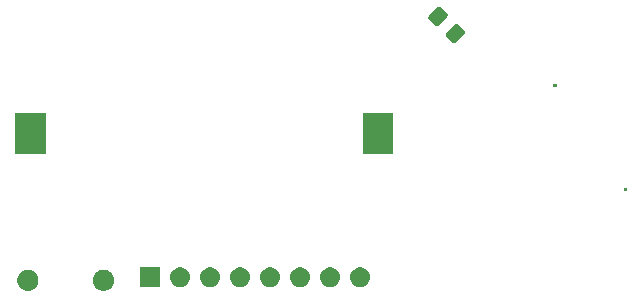
<source format=gbr>
%TF.GenerationSoftware,KiCad,Pcbnew,7.0.5*%
%TF.CreationDate,2023-07-02T17:57:48+02:00*%
%TF.ProjectId,eink-NFC,65696e6b-2d4e-4464-932e-6b696361645f,rev?*%
%TF.SameCoordinates,Original*%
%TF.FileFunction,Soldermask,Top*%
%TF.FilePolarity,Negative*%
%FSLAX46Y46*%
G04 Gerber Fmt 4.6, Leading zero omitted, Abs format (unit mm)*
G04 Created by KiCad (PCBNEW 7.0.5) date 2023-07-02 17:57:48*
%MOMM*%
%LPD*%
G01*
G04 APERTURE LIST*
G04 APERTURE END LIST*
G36*
X115178613Y-93084930D02*
G01*
X115225576Y-93084930D01*
X115266122Y-93093548D01*
X115307026Y-93097577D01*
X115358416Y-93113166D01*
X115409615Y-93124049D01*
X115442379Y-93138636D01*
X115475804Y-93148776D01*
X115528920Y-93177166D01*
X115581500Y-93200577D01*
X115605945Y-93218337D01*
X115631349Y-93231916D01*
X115683169Y-93274444D01*
X115733718Y-93311170D01*
X115750131Y-93329398D01*
X115767690Y-93343809D01*
X115814879Y-93401308D01*
X115859615Y-93450993D01*
X115869012Y-93467269D01*
X115879583Y-93480150D01*
X115918683Y-93553302D01*
X115953691Y-93613937D01*
X115957718Y-93626331D01*
X115962723Y-93635695D01*
X115990321Y-93726672D01*
X116011833Y-93792879D01*
X116012590Y-93800082D01*
X116013922Y-93804473D01*
X116026877Y-93936021D01*
X116031500Y-93980000D01*
X116026877Y-94023982D01*
X116013922Y-94155526D01*
X116012590Y-94159916D01*
X116011833Y-94167121D01*
X115990316Y-94233341D01*
X115962723Y-94324304D01*
X115957719Y-94333665D01*
X115953691Y-94346063D01*
X115918676Y-94406709D01*
X115879583Y-94479849D01*
X115869014Y-94492726D01*
X115859615Y-94509007D01*
X115814869Y-94558701D01*
X115767690Y-94616190D01*
X115750134Y-94630597D01*
X115733718Y-94648830D01*
X115683159Y-94685563D01*
X115631349Y-94728083D01*
X115605950Y-94741658D01*
X115581500Y-94759423D01*
X115528908Y-94782838D01*
X115475804Y-94811223D01*
X115442386Y-94821360D01*
X115409615Y-94835951D01*
X115358405Y-94846836D01*
X115307026Y-94862422D01*
X115266131Y-94866449D01*
X115225576Y-94875070D01*
X115178602Y-94875070D01*
X115131499Y-94879709D01*
X115084396Y-94875070D01*
X115037424Y-94875070D01*
X114996869Y-94866449D01*
X114955973Y-94862422D01*
X114904591Y-94846835D01*
X114853385Y-94835951D01*
X114820615Y-94821361D01*
X114787195Y-94811223D01*
X114734085Y-94782835D01*
X114681500Y-94759423D01*
X114657052Y-94741660D01*
X114631650Y-94728083D01*
X114579832Y-94685556D01*
X114529282Y-94648830D01*
X114512868Y-94630600D01*
X114495309Y-94616190D01*
X114448118Y-94558688D01*
X114403385Y-94509007D01*
X114393987Y-94492730D01*
X114383416Y-94479849D01*
X114344310Y-94406686D01*
X114309309Y-94346063D01*
X114305282Y-94333670D01*
X114300276Y-94324304D01*
X114272668Y-94233294D01*
X114251167Y-94167121D01*
X114250410Y-94159921D01*
X114249077Y-94155526D01*
X114236106Y-94023831D01*
X114231500Y-93980000D01*
X114236106Y-93936172D01*
X114249077Y-93804473D01*
X114250410Y-93800077D01*
X114251167Y-93792879D01*
X114272663Y-93726719D01*
X114300276Y-93635695D01*
X114305283Y-93626327D01*
X114309309Y-93613937D01*
X114344302Y-93553326D01*
X114383416Y-93480150D01*
X114393989Y-93467265D01*
X114403385Y-93450993D01*
X114448109Y-93401321D01*
X114495309Y-93343809D01*
X114512871Y-93329395D01*
X114529282Y-93311170D01*
X114579821Y-93274450D01*
X114631650Y-93231916D01*
X114657057Y-93218335D01*
X114681500Y-93200577D01*
X114734073Y-93177169D01*
X114787195Y-93148776D01*
X114820622Y-93138635D01*
X114853385Y-93124049D01*
X114904580Y-93113166D01*
X114955973Y-93097577D01*
X114996877Y-93093548D01*
X115037424Y-93084930D01*
X115084387Y-93084930D01*
X115131500Y-93080290D01*
X115178613Y-93084930D01*
G37*
G36*
X121578613Y-93084930D02*
G01*
X121625576Y-93084930D01*
X121666122Y-93093548D01*
X121707026Y-93097577D01*
X121758416Y-93113166D01*
X121809615Y-93124049D01*
X121842379Y-93138636D01*
X121875804Y-93148776D01*
X121928920Y-93177166D01*
X121981500Y-93200577D01*
X122005945Y-93218337D01*
X122031349Y-93231916D01*
X122083169Y-93274444D01*
X122133718Y-93311170D01*
X122150131Y-93329398D01*
X122167690Y-93343809D01*
X122214879Y-93401308D01*
X122259615Y-93450993D01*
X122269012Y-93467269D01*
X122279583Y-93480150D01*
X122318683Y-93553302D01*
X122353691Y-93613937D01*
X122357718Y-93626331D01*
X122362723Y-93635695D01*
X122390321Y-93726672D01*
X122411833Y-93792879D01*
X122412590Y-93800082D01*
X122413922Y-93804473D01*
X122426877Y-93936021D01*
X122431500Y-93980000D01*
X122426877Y-94023982D01*
X122413922Y-94155526D01*
X122412590Y-94159916D01*
X122411833Y-94167121D01*
X122390316Y-94233341D01*
X122362723Y-94324304D01*
X122357719Y-94333665D01*
X122353691Y-94346063D01*
X122318676Y-94406709D01*
X122279583Y-94479849D01*
X122269014Y-94492726D01*
X122259615Y-94509007D01*
X122214869Y-94558701D01*
X122167690Y-94616190D01*
X122150134Y-94630597D01*
X122133718Y-94648830D01*
X122083159Y-94685563D01*
X122031349Y-94728083D01*
X122005950Y-94741658D01*
X121981500Y-94759423D01*
X121928908Y-94782838D01*
X121875804Y-94811223D01*
X121842386Y-94821360D01*
X121809615Y-94835951D01*
X121758405Y-94846836D01*
X121707026Y-94862422D01*
X121666131Y-94866449D01*
X121625576Y-94875070D01*
X121578602Y-94875070D01*
X121531499Y-94879709D01*
X121484396Y-94875070D01*
X121437424Y-94875070D01*
X121396869Y-94866449D01*
X121355973Y-94862422D01*
X121304591Y-94846835D01*
X121253385Y-94835951D01*
X121220615Y-94821361D01*
X121187195Y-94811223D01*
X121134085Y-94782835D01*
X121081500Y-94759423D01*
X121057052Y-94741660D01*
X121031650Y-94728083D01*
X120979832Y-94685556D01*
X120929282Y-94648830D01*
X120912868Y-94630600D01*
X120895309Y-94616190D01*
X120848118Y-94558688D01*
X120803385Y-94509007D01*
X120793987Y-94492730D01*
X120783416Y-94479849D01*
X120744310Y-94406686D01*
X120709309Y-94346063D01*
X120705282Y-94333670D01*
X120700276Y-94324304D01*
X120672668Y-94233294D01*
X120651167Y-94167121D01*
X120650410Y-94159921D01*
X120649077Y-94155526D01*
X120636106Y-94023831D01*
X120631500Y-93980000D01*
X120636106Y-93936172D01*
X120649077Y-93804473D01*
X120650410Y-93800077D01*
X120651167Y-93792879D01*
X120672663Y-93726719D01*
X120700276Y-93635695D01*
X120705283Y-93626327D01*
X120709309Y-93613937D01*
X120744302Y-93553326D01*
X120783416Y-93480150D01*
X120793989Y-93467265D01*
X120803385Y-93450993D01*
X120848109Y-93401321D01*
X120895309Y-93343809D01*
X120912871Y-93329395D01*
X120929282Y-93311170D01*
X120979821Y-93274450D01*
X121031650Y-93231916D01*
X121057057Y-93218335D01*
X121081500Y-93200577D01*
X121134073Y-93177169D01*
X121187195Y-93148776D01*
X121220622Y-93138635D01*
X121253385Y-93124049D01*
X121304580Y-93113166D01*
X121355973Y-93097577D01*
X121396877Y-93093548D01*
X121437424Y-93084930D01*
X121484387Y-93084930D01*
X121531500Y-93080290D01*
X121578613Y-93084930D01*
G37*
G36*
X126347500Y-94576000D02*
G01*
X124647500Y-94576000D01*
X124647500Y-92876000D01*
X126347500Y-92876000D01*
X126347500Y-94576000D01*
G37*
G36*
X128300164Y-92917602D02*
G01*
X128462500Y-92989878D01*
X128606261Y-93094327D01*
X128725164Y-93226383D01*
X128814014Y-93380274D01*
X128868925Y-93549275D01*
X128887500Y-93726000D01*
X128868925Y-93902725D01*
X128814014Y-94071726D01*
X128725164Y-94225617D01*
X128606261Y-94357673D01*
X128462500Y-94462122D01*
X128300164Y-94534398D01*
X128126349Y-94571344D01*
X127948651Y-94571344D01*
X127774836Y-94534398D01*
X127612500Y-94462122D01*
X127468739Y-94357673D01*
X127349836Y-94225617D01*
X127260986Y-94071726D01*
X127206075Y-93902725D01*
X127187500Y-93726000D01*
X127206075Y-93549275D01*
X127260986Y-93380274D01*
X127349836Y-93226383D01*
X127468739Y-93094327D01*
X127612500Y-92989878D01*
X127774836Y-92917602D01*
X127948651Y-92880656D01*
X128126349Y-92880656D01*
X128300164Y-92917602D01*
G37*
G36*
X130840164Y-92917602D02*
G01*
X131002500Y-92989878D01*
X131146261Y-93094327D01*
X131265164Y-93226383D01*
X131354014Y-93380274D01*
X131408925Y-93549275D01*
X131427500Y-93726000D01*
X131408925Y-93902725D01*
X131354014Y-94071726D01*
X131265164Y-94225617D01*
X131146261Y-94357673D01*
X131002500Y-94462122D01*
X130840164Y-94534398D01*
X130666349Y-94571344D01*
X130488651Y-94571344D01*
X130314836Y-94534398D01*
X130152500Y-94462122D01*
X130008739Y-94357673D01*
X129889836Y-94225617D01*
X129800986Y-94071726D01*
X129746075Y-93902725D01*
X129727500Y-93726000D01*
X129746075Y-93549275D01*
X129800986Y-93380274D01*
X129889836Y-93226383D01*
X130008739Y-93094327D01*
X130152500Y-92989878D01*
X130314836Y-92917602D01*
X130488651Y-92880656D01*
X130666349Y-92880656D01*
X130840164Y-92917602D01*
G37*
G36*
X133380164Y-92917602D02*
G01*
X133542500Y-92989878D01*
X133686261Y-93094327D01*
X133805164Y-93226383D01*
X133894014Y-93380274D01*
X133948925Y-93549275D01*
X133967500Y-93726000D01*
X133948925Y-93902725D01*
X133894014Y-94071726D01*
X133805164Y-94225617D01*
X133686261Y-94357673D01*
X133542500Y-94462122D01*
X133380164Y-94534398D01*
X133206349Y-94571344D01*
X133028651Y-94571344D01*
X132854836Y-94534398D01*
X132692500Y-94462122D01*
X132548739Y-94357673D01*
X132429836Y-94225617D01*
X132340986Y-94071726D01*
X132286075Y-93902725D01*
X132267500Y-93726000D01*
X132286075Y-93549275D01*
X132340986Y-93380274D01*
X132429836Y-93226383D01*
X132548739Y-93094327D01*
X132692500Y-92989878D01*
X132854836Y-92917602D01*
X133028651Y-92880656D01*
X133206349Y-92880656D01*
X133380164Y-92917602D01*
G37*
G36*
X135920164Y-92917602D02*
G01*
X136082500Y-92989878D01*
X136226261Y-93094327D01*
X136345164Y-93226383D01*
X136434014Y-93380274D01*
X136488925Y-93549275D01*
X136507500Y-93726000D01*
X136488925Y-93902725D01*
X136434014Y-94071726D01*
X136345164Y-94225617D01*
X136226261Y-94357673D01*
X136082500Y-94462122D01*
X135920164Y-94534398D01*
X135746349Y-94571344D01*
X135568651Y-94571344D01*
X135394836Y-94534398D01*
X135232500Y-94462122D01*
X135088739Y-94357673D01*
X134969836Y-94225617D01*
X134880986Y-94071726D01*
X134826075Y-93902725D01*
X134807500Y-93726000D01*
X134826075Y-93549275D01*
X134880986Y-93380274D01*
X134969836Y-93226383D01*
X135088739Y-93094327D01*
X135232500Y-92989878D01*
X135394836Y-92917602D01*
X135568651Y-92880656D01*
X135746349Y-92880656D01*
X135920164Y-92917602D01*
G37*
G36*
X138460164Y-92917602D02*
G01*
X138622500Y-92989878D01*
X138766261Y-93094327D01*
X138885164Y-93226383D01*
X138974014Y-93380274D01*
X139028925Y-93549275D01*
X139047500Y-93726000D01*
X139028925Y-93902725D01*
X138974014Y-94071726D01*
X138885164Y-94225617D01*
X138766261Y-94357673D01*
X138622500Y-94462122D01*
X138460164Y-94534398D01*
X138286349Y-94571344D01*
X138108651Y-94571344D01*
X137934836Y-94534398D01*
X137772500Y-94462122D01*
X137628739Y-94357673D01*
X137509836Y-94225617D01*
X137420986Y-94071726D01*
X137366075Y-93902725D01*
X137347500Y-93726000D01*
X137366075Y-93549275D01*
X137420986Y-93380274D01*
X137509836Y-93226383D01*
X137628739Y-93094327D01*
X137772500Y-92989878D01*
X137934836Y-92917602D01*
X138108651Y-92880656D01*
X138286349Y-92880656D01*
X138460164Y-92917602D01*
G37*
G36*
X141000164Y-92917602D02*
G01*
X141162500Y-92989878D01*
X141306261Y-93094327D01*
X141425164Y-93226383D01*
X141514014Y-93380274D01*
X141568925Y-93549275D01*
X141587500Y-93726000D01*
X141568925Y-93902725D01*
X141514014Y-94071726D01*
X141425164Y-94225617D01*
X141306261Y-94357673D01*
X141162500Y-94462122D01*
X141000164Y-94534398D01*
X140826349Y-94571344D01*
X140648651Y-94571344D01*
X140474836Y-94534398D01*
X140312500Y-94462122D01*
X140168739Y-94357673D01*
X140049836Y-94225617D01*
X139960986Y-94071726D01*
X139906075Y-93902725D01*
X139887500Y-93726000D01*
X139906075Y-93549275D01*
X139960986Y-93380274D01*
X140049836Y-93226383D01*
X140168739Y-93094327D01*
X140312500Y-92989878D01*
X140474836Y-92917602D01*
X140648651Y-92880656D01*
X140826349Y-92880656D01*
X141000164Y-92917602D01*
G37*
G36*
X143540164Y-92917602D02*
G01*
X143702500Y-92989878D01*
X143846261Y-93094327D01*
X143965164Y-93226383D01*
X144054014Y-93380274D01*
X144108925Y-93549275D01*
X144127500Y-93726000D01*
X144108925Y-93902725D01*
X144054014Y-94071726D01*
X143965164Y-94225617D01*
X143846261Y-94357673D01*
X143702500Y-94462122D01*
X143540164Y-94534398D01*
X143366349Y-94571344D01*
X143188651Y-94571344D01*
X143014836Y-94534398D01*
X142852500Y-94462122D01*
X142708739Y-94357673D01*
X142589836Y-94225617D01*
X142500986Y-94071726D01*
X142446075Y-93902725D01*
X142427500Y-93726000D01*
X142446075Y-93549275D01*
X142500986Y-93380274D01*
X142589836Y-93226383D01*
X142708739Y-93094327D01*
X142852500Y-92989878D01*
X143014836Y-92917602D01*
X143188651Y-92880656D01*
X143366349Y-92880656D01*
X143540164Y-92917602D01*
G37*
G36*
X165859440Y-86157067D02*
G01*
X165875921Y-86168079D01*
X165886933Y-86184560D01*
X165890800Y-86204000D01*
X165890800Y-86404000D01*
X165886933Y-86423440D01*
X165875921Y-86439921D01*
X165859440Y-86450933D01*
X165840000Y-86454800D01*
X165640000Y-86454800D01*
X165620560Y-86450933D01*
X165604079Y-86439921D01*
X165593067Y-86423440D01*
X165589200Y-86404000D01*
X165589200Y-86204000D01*
X165593067Y-86184560D01*
X165604079Y-86168079D01*
X165620560Y-86157067D01*
X165640000Y-86153200D01*
X165840000Y-86153200D01*
X165859440Y-86157067D01*
G37*
G36*
X116669500Y-83284000D02*
G01*
X114069500Y-83284000D01*
X114069500Y-79784000D01*
X116669500Y-79784000D01*
X116669500Y-83284000D01*
G37*
G36*
X146069500Y-83284000D02*
G01*
X143469500Y-83284000D01*
X143469500Y-79784000D01*
X146069500Y-79784000D01*
X146069500Y-83284000D01*
G37*
G36*
X159859440Y-77357067D02*
G01*
X159875921Y-77368079D01*
X159886933Y-77384560D01*
X159890800Y-77404000D01*
X159890800Y-77604000D01*
X159886933Y-77623440D01*
X159875921Y-77639921D01*
X159859440Y-77650933D01*
X159840000Y-77654800D01*
X159640000Y-77654800D01*
X159620560Y-77650933D01*
X159604079Y-77639921D01*
X159593067Y-77623440D01*
X159589200Y-77604000D01*
X159589200Y-77404000D01*
X159593067Y-77384560D01*
X159604079Y-77368079D01*
X159620560Y-77357067D01*
X159640000Y-77353200D01*
X159840000Y-77353200D01*
X159859440Y-77357067D01*
G37*
G36*
X151451011Y-72276000D02*
G01*
X151470221Y-72276000D01*
X151490495Y-72283854D01*
X151520144Y-72289752D01*
X151540045Y-72303049D01*
X151557525Y-72309821D01*
X151597120Y-72341185D01*
X151601250Y-72343945D01*
X152078547Y-72821242D01*
X152081293Y-72825353D01*
X152112669Y-72864964D01*
X152119441Y-72882444D01*
X152132740Y-72902348D01*
X152138637Y-72931997D01*
X152146492Y-72952271D01*
X152146492Y-72971480D01*
X152151771Y-72998019D01*
X152146492Y-73024557D01*
X152146492Y-73043766D01*
X152138638Y-73064038D01*
X152132740Y-73093690D01*
X152119440Y-73113594D01*
X152112669Y-73131073D01*
X152081310Y-73170660D01*
X152078547Y-73174796D01*
X151406796Y-73846547D01*
X151402672Y-73849301D01*
X151363073Y-73880669D01*
X151345594Y-73887440D01*
X151325690Y-73900740D01*
X151296040Y-73906637D01*
X151275767Y-73914492D01*
X151256557Y-73914492D01*
X151230019Y-73919771D01*
X151203481Y-73914492D01*
X151184271Y-73914492D01*
X151163996Y-73906637D01*
X151134348Y-73900740D01*
X151114445Y-73887441D01*
X151096966Y-73880670D01*
X151057373Y-73849307D01*
X151053242Y-73846547D01*
X150575945Y-73369250D01*
X150573199Y-73365140D01*
X150541822Y-73325527D01*
X150535049Y-73308045D01*
X150521752Y-73288144D01*
X150515853Y-73258494D01*
X150508000Y-73238220D01*
X150508000Y-73219011D01*
X150502721Y-73192473D01*
X150508000Y-73165934D01*
X150508000Y-73146725D01*
X150515854Y-73126449D01*
X150521752Y-73096802D01*
X150535049Y-73076901D01*
X150541822Y-73059418D01*
X150573191Y-73019816D01*
X150575945Y-73015696D01*
X151247696Y-72343945D01*
X151251804Y-72341199D01*
X151291418Y-72309822D01*
X151308901Y-72303049D01*
X151328802Y-72289752D01*
X151358449Y-72283854D01*
X151378725Y-72276000D01*
X151397935Y-72276000D01*
X151424473Y-72270721D01*
X151451011Y-72276000D01*
G37*
G36*
X149983765Y-70808754D02*
G01*
X150002975Y-70808754D01*
X150023249Y-70816608D01*
X150052898Y-70822506D01*
X150072799Y-70835803D01*
X150090279Y-70842575D01*
X150129874Y-70873939D01*
X150134004Y-70876699D01*
X150611301Y-71353996D01*
X150614047Y-71358107D01*
X150645423Y-71397718D01*
X150652195Y-71415198D01*
X150665494Y-71435102D01*
X150671391Y-71464751D01*
X150679246Y-71485025D01*
X150679246Y-71504234D01*
X150684525Y-71530773D01*
X150679246Y-71557311D01*
X150679246Y-71576520D01*
X150671392Y-71596792D01*
X150665494Y-71626444D01*
X150652194Y-71646348D01*
X150645423Y-71663827D01*
X150614064Y-71703414D01*
X150611301Y-71707550D01*
X149939550Y-72379301D01*
X149935426Y-72382055D01*
X149895827Y-72413423D01*
X149878348Y-72420194D01*
X149858444Y-72433494D01*
X149828794Y-72439391D01*
X149808521Y-72447246D01*
X149789311Y-72447246D01*
X149762773Y-72452525D01*
X149736235Y-72447246D01*
X149717025Y-72447246D01*
X149696750Y-72439391D01*
X149667102Y-72433494D01*
X149647199Y-72420195D01*
X149629720Y-72413424D01*
X149590127Y-72382061D01*
X149585996Y-72379301D01*
X149108699Y-71902004D01*
X149105953Y-71897894D01*
X149074576Y-71858281D01*
X149067803Y-71840799D01*
X149054506Y-71820898D01*
X149048607Y-71791248D01*
X149040754Y-71770974D01*
X149040754Y-71751765D01*
X149035475Y-71725227D01*
X149040754Y-71698688D01*
X149040754Y-71679479D01*
X149048608Y-71659203D01*
X149054506Y-71629556D01*
X149067803Y-71609655D01*
X149074576Y-71592172D01*
X149105945Y-71552570D01*
X149108699Y-71548450D01*
X149780450Y-70876699D01*
X149784558Y-70873953D01*
X149824172Y-70842576D01*
X149841655Y-70835803D01*
X149861556Y-70822506D01*
X149891203Y-70816608D01*
X149911479Y-70808754D01*
X149930689Y-70808754D01*
X149957227Y-70803475D01*
X149983765Y-70808754D01*
G37*
M02*

</source>
